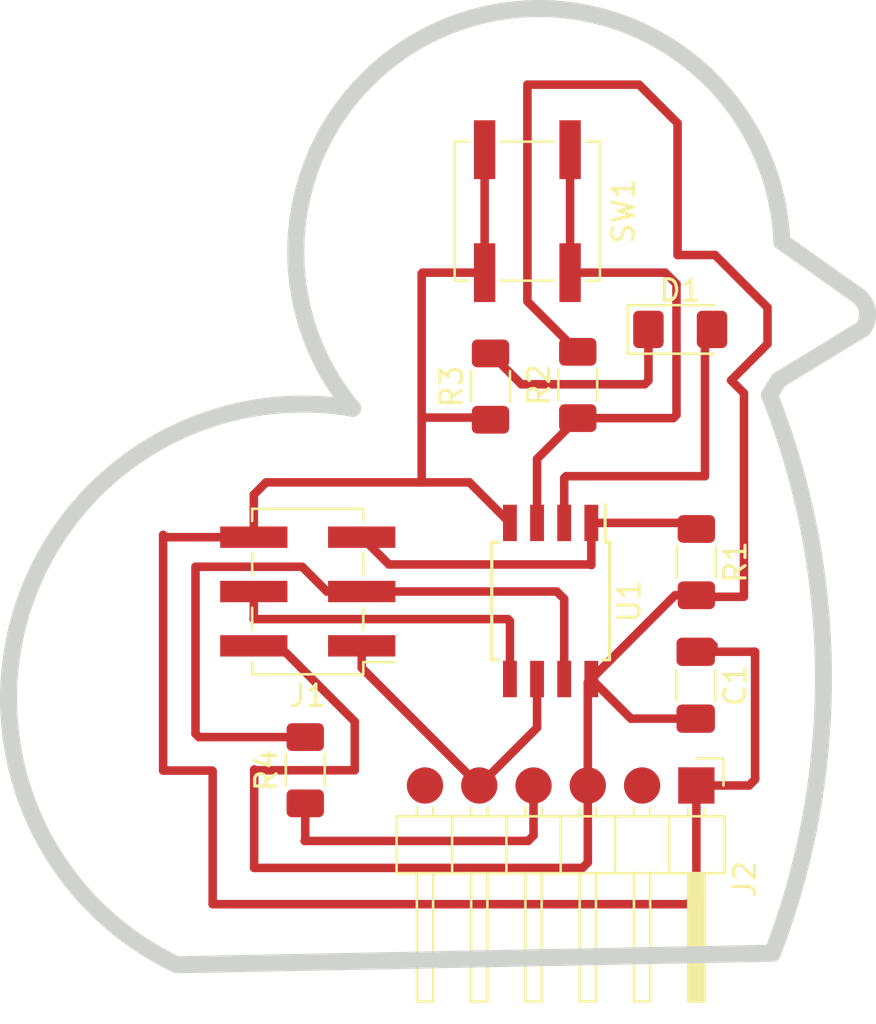
<source format=kicad_pcb>
(kicad_pcb (version 20171130) (host pcbnew "(5.1.9)-1")

  (general
    (thickness 1.6)
    (drawings 8)
    (tracks 105)
    (zones 0)
    (modules 10)
    (nets 13)
  )

  (page User 101.6 101.6)
  (layers
    (0 F.Cu signal)
    (31 B.Cu signal)
    (32 B.Adhes user)
    (33 F.Adhes user)
    (34 B.Paste user)
    (35 F.Paste user)
    (36 B.SilkS user)
    (37 F.SilkS user)
    (38 B.Mask user)
    (39 F.Mask user)
    (40 Dwgs.User user)
    (41 Cmts.User user)
    (42 Eco1.User user)
    (43 Eco2.User user)
    (44 Edge.Cuts user)
    (45 Margin user)
    (46 B.CrtYd user)
    (47 F.CrtYd user)
    (48 B.Fab user)
    (49 F.Fab user)
  )

  (setup
    (last_trace_width 0.8)
    (user_trace_width 0.8)
    (trace_clearance 0.4)
    (zone_clearance 0.508)
    (zone_45_only no)
    (trace_min 0.2)
    (via_size 0.8)
    (via_drill 0.4)
    (via_min_size 0.4)
    (via_min_drill 0.3)
    (uvia_size 0.3)
    (uvia_drill 0.1)
    (uvias_allowed no)
    (uvia_min_size 0.2)
    (uvia_min_drill 0.1)
    (edge_width 0.05)
    (segment_width 0.2)
    (pcb_text_width 0.3)
    (pcb_text_size 1.5 1.5)
    (mod_edge_width 0.12)
    (mod_text_size 1 1)
    (mod_text_width 0.15)
    (pad_size 1.7 1.7)
    (pad_drill 0)
    (pad_to_mask_clearance 0)
    (aux_axis_origin 0 0)
    (visible_elements FFFFFF7F)
    (pcbplotparams
      (layerselection 0x010fc_ffffffff)
      (usegerberextensions false)
      (usegerberattributes true)
      (usegerberadvancedattributes true)
      (creategerberjobfile true)
      (excludeedgelayer true)
      (linewidth 0.100000)
      (plotframeref false)
      (viasonmask false)
      (mode 1)
      (useauxorigin false)
      (hpglpennumber 1)
      (hpglpenspeed 20)
      (hpglpendiameter 15.000000)
      (psnegative false)
      (psa4output false)
      (plotreference true)
      (plotvalue true)
      (plotinvisibletext false)
      (padsonsilk false)
      (subtractmaskfromsilk false)
      (outputformat 1)
      (mirror false)
      (drillshape 1)
      (scaleselection 1)
      (outputdirectory ""))
  )

  (net 0 "")
  (net 1 Earth)
  (net 2 VCC)
  (net 3 /Rx)
  (net 4 /SCK)
  (net 5 /MOSI)
  (net 6 /RST)
  (net 7 "Net-(J2-Pad2)")
  (net 8 /Tx)
  (net 9 "Net-(J2-Pad6)")
  (net 10 /BUTTON)
  (net 11 /R3)
  (net 12 /LED)

  (net_class Default "This is the default net class."
    (clearance 0.4)
    (trace_width 0.4)
    (via_dia 0.8)
    (via_drill 0.4)
    (uvia_dia 0.3)
    (uvia_drill 0.1)
    (add_net /BUTTON)
    (add_net /LED)
    (add_net /MOSI)
    (add_net /R3)
    (add_net /RST)
    (add_net /Rx)
    (add_net /SCK)
    (add_net /Tx)
    (add_net Earth)
    (add_net "Net-(J2-Pad2)")
    (add_net "Net-(J2-Pad6)")
    (add_net VCC)
  )

  (module Connector_PinHeader_2.54mm:PinHeader_1x06_P2.54mm_Horizontal (layer F.Cu) (tedit 6046150E) (tstamp 6046B06C)
    (at 57.35828 54.56682 270)
    (descr "Through hole angled pin header, 1x06, 2.54mm pitch, 6mm pin length, single row")
    (tags "Through hole angled pin header THT 1x06 2.54mm single row")
    (path /6046F6A4)
    (fp_text reference J2 (at 4.385 -2.27 90) (layer F.SilkS)
      (effects (font (size 1 1) (thickness 0.15)))
    )
    (fp_text value Conn_01x06_Male (at 4.385 14.97 90) (layer F.Fab)
      (effects (font (size 1 1) (thickness 0.15)))
    )
    (fp_line (start 10.55 -1.8) (end -1.8 -1.8) (layer F.CrtYd) (width 0.05))
    (fp_line (start 10.55 14.5) (end 10.55 -1.8) (layer F.CrtYd) (width 0.05))
    (fp_line (start -1.8 14.5) (end 10.55 14.5) (layer F.CrtYd) (width 0.05))
    (fp_line (start -1.8 -1.8) (end -1.8 14.5) (layer F.CrtYd) (width 0.05))
    (fp_line (start -1.27 -1.27) (end 0 -1.27) (layer F.SilkS) (width 0.12))
    (fp_line (start -1.27 0) (end -1.27 -1.27) (layer F.SilkS) (width 0.12))
    (fp_line (start 1.042929 13.08) (end 1.44 13.08) (layer F.SilkS) (width 0.12))
    (fp_line (start 1.042929 12.32) (end 1.44 12.32) (layer F.SilkS) (width 0.12))
    (fp_line (start 10.1 13.08) (end 4.1 13.08) (layer F.SilkS) (width 0.12))
    (fp_line (start 10.1 12.32) (end 10.1 13.08) (layer F.SilkS) (width 0.12))
    (fp_line (start 4.1 12.32) (end 10.1 12.32) (layer F.SilkS) (width 0.12))
    (fp_line (start 1.44 11.43) (end 4.1 11.43) (layer F.SilkS) (width 0.12))
    (fp_line (start 1.042929 10.54) (end 1.44 10.54) (layer F.SilkS) (width 0.12))
    (fp_line (start 1.042929 9.78) (end 1.44 9.78) (layer F.SilkS) (width 0.12))
    (fp_line (start 10.1 10.54) (end 4.1 10.54) (layer F.SilkS) (width 0.12))
    (fp_line (start 10.1 9.78) (end 10.1 10.54) (layer F.SilkS) (width 0.12))
    (fp_line (start 4.1 9.78) (end 10.1 9.78) (layer F.SilkS) (width 0.12))
    (fp_line (start 1.44 8.89) (end 4.1 8.89) (layer F.SilkS) (width 0.12))
    (fp_line (start 1.042929 8) (end 1.44 8) (layer F.SilkS) (width 0.12))
    (fp_line (start 1.042929 7.24) (end 1.44 7.24) (layer F.SilkS) (width 0.12))
    (fp_line (start 10.1 8) (end 4.1 8) (layer F.SilkS) (width 0.12))
    (fp_line (start 10.1 7.24) (end 10.1 8) (layer F.SilkS) (width 0.12))
    (fp_line (start 4.1 7.24) (end 10.1 7.24) (layer F.SilkS) (width 0.12))
    (fp_line (start 1.44 6.35) (end 4.1 6.35) (layer F.SilkS) (width 0.12))
    (fp_line (start 1.042929 5.46) (end 1.44 5.46) (layer F.SilkS) (width 0.12))
    (fp_line (start 1.042929 4.7) (end 1.44 4.7) (layer F.SilkS) (width 0.12))
    (fp_line (start 10.1 5.46) (end 4.1 5.46) (layer F.SilkS) (width 0.12))
    (fp_line (start 10.1 4.7) (end 10.1 5.46) (layer F.SilkS) (width 0.12))
    (fp_line (start 4.1 4.7) (end 10.1 4.7) (layer F.SilkS) (width 0.12))
    (fp_line (start 1.44 3.81) (end 4.1 3.81) (layer F.SilkS) (width 0.12))
    (fp_line (start 1.042929 2.92) (end 1.44 2.92) (layer F.SilkS) (width 0.12))
    (fp_line (start 1.042929 2.16) (end 1.44 2.16) (layer F.SilkS) (width 0.12))
    (fp_line (start 10.1 2.92) (end 4.1 2.92) (layer F.SilkS) (width 0.12))
    (fp_line (start 10.1 2.16) (end 10.1 2.92) (layer F.SilkS) (width 0.12))
    (fp_line (start 4.1 2.16) (end 10.1 2.16) (layer F.SilkS) (width 0.12))
    (fp_line (start 1.44 1.27) (end 4.1 1.27) (layer F.SilkS) (width 0.12))
    (fp_line (start 1.11 0.38) (end 1.44 0.38) (layer F.SilkS) (width 0.12))
    (fp_line (start 1.11 -0.38) (end 1.44 -0.38) (layer F.SilkS) (width 0.12))
    (fp_line (start 4.1 0.28) (end 10.1 0.28) (layer F.SilkS) (width 0.12))
    (fp_line (start 4.1 0.16) (end 10.1 0.16) (layer F.SilkS) (width 0.12))
    (fp_line (start 4.1 0.04) (end 10.1 0.04) (layer F.SilkS) (width 0.12))
    (fp_line (start 4.1 -0.08) (end 10.1 -0.08) (layer F.SilkS) (width 0.12))
    (fp_line (start 4.1 -0.2) (end 10.1 -0.2) (layer F.SilkS) (width 0.12))
    (fp_line (start 4.1 -0.32) (end 10.1 -0.32) (layer F.SilkS) (width 0.12))
    (fp_line (start 10.1 0.38) (end 4.1 0.38) (layer F.SilkS) (width 0.12))
    (fp_line (start 10.1 -0.38) (end 10.1 0.38) (layer F.SilkS) (width 0.12))
    (fp_line (start 4.1 -0.38) (end 10.1 -0.38) (layer F.SilkS) (width 0.12))
    (fp_line (start 4.1 -1.33) (end 1.44 -1.33) (layer F.SilkS) (width 0.12))
    (fp_line (start 4.1 14.03) (end 4.1 -1.33) (layer F.SilkS) (width 0.12))
    (fp_line (start 1.44 14.03) (end 4.1 14.03) (layer F.SilkS) (width 0.12))
    (fp_line (start 1.44 -1.33) (end 1.44 14.03) (layer F.SilkS) (width 0.12))
    (fp_line (start 4.04 13.02) (end 10.04 13.02) (layer F.Fab) (width 0.1))
    (fp_line (start 10.04 12.38) (end 10.04 13.02) (layer F.Fab) (width 0.1))
    (fp_line (start 4.04 12.38) (end 10.04 12.38) (layer F.Fab) (width 0.1))
    (fp_line (start -0.32 13.02) (end 1.5 13.02) (layer F.Fab) (width 0.1))
    (fp_line (start -0.32 12.38) (end -0.32 13.02) (layer F.Fab) (width 0.1))
    (fp_line (start -0.32 12.38) (end 1.5 12.38) (layer F.Fab) (width 0.1))
    (fp_line (start 4.04 10.48) (end 10.04 10.48) (layer F.Fab) (width 0.1))
    (fp_line (start 10.04 9.84) (end 10.04 10.48) (layer F.Fab) (width 0.1))
    (fp_line (start 4.04 9.84) (end 10.04 9.84) (layer F.Fab) (width 0.1))
    (fp_line (start -0.32 10.48) (end 1.5 10.48) (layer F.Fab) (width 0.1))
    (fp_line (start -0.32 9.84) (end -0.32 10.48) (layer F.Fab) (width 0.1))
    (fp_line (start -0.32 9.84) (end 1.5 9.84) (layer F.Fab) (width 0.1))
    (fp_line (start 4.04 7.94) (end 10.04 7.94) (layer F.Fab) (width 0.1))
    (fp_line (start 10.04 7.3) (end 10.04 7.94) (layer F.Fab) (width 0.1))
    (fp_line (start 4.04 7.3) (end 10.04 7.3) (layer F.Fab) (width 0.1))
    (fp_line (start -0.32 7.94) (end 1.5 7.94) (layer F.Fab) (width 0.1))
    (fp_line (start -0.32 7.3) (end -0.32 7.94) (layer F.Fab) (width 0.1))
    (fp_line (start -0.32 7.3) (end 1.5 7.3) (layer F.Fab) (width 0.1))
    (fp_line (start 4.04 5.4) (end 10.04 5.4) (layer F.Fab) (width 0.1))
    (fp_line (start 10.04 4.76) (end 10.04 5.4) (layer F.Fab) (width 0.1))
    (fp_line (start 4.04 4.76) (end 10.04 4.76) (layer F.Fab) (width 0.1))
    (fp_line (start -0.32 5.4) (end 1.5 5.4) (layer F.Fab) (width 0.1))
    (fp_line (start -0.32 4.76) (end -0.32 5.4) (layer F.Fab) (width 0.1))
    (fp_line (start -0.32 4.76) (end 1.5 4.76) (layer F.Fab) (width 0.1))
    (fp_line (start 4.04 2.86) (end 10.04 2.86) (layer F.Fab) (width 0.1))
    (fp_line (start 10.04 2.22) (end 10.04 2.86) (layer F.Fab) (width 0.1))
    (fp_line (start 4.04 2.22) (end 10.04 2.22) (layer F.Fab) (width 0.1))
    (fp_line (start -0.32 2.86) (end 1.5 2.86) (layer F.Fab) (width 0.1))
    (fp_line (start -0.32 2.22) (end -0.32 2.86) (layer F.Fab) (width 0.1))
    (fp_line (start -0.32 2.22) (end 1.5 2.22) (layer F.Fab) (width 0.1))
    (fp_line (start 4.04 0.32) (end 10.04 0.32) (layer F.Fab) (width 0.1))
    (fp_line (start 10.04 -0.32) (end 10.04 0.32) (layer F.Fab) (width 0.1))
    (fp_line (start 4.04 -0.32) (end 10.04 -0.32) (layer F.Fab) (width 0.1))
    (fp_line (start -0.32 0.32) (end 1.5 0.32) (layer F.Fab) (width 0.1))
    (fp_line (start -0.32 -0.32) (end -0.32 0.32) (layer F.Fab) (width 0.1))
    (fp_line (start -0.32 -0.32) (end 1.5 -0.32) (layer F.Fab) (width 0.1))
    (fp_line (start 1.5 -0.635) (end 2.135 -1.27) (layer F.Fab) (width 0.1))
    (fp_line (start 1.5 13.97) (end 1.5 -0.635) (layer F.Fab) (width 0.1))
    (fp_line (start 4.04 13.97) (end 1.5 13.97) (layer F.Fab) (width 0.1))
    (fp_line (start 4.04 -1.27) (end 4.04 13.97) (layer F.Fab) (width 0.1))
    (fp_line (start 2.135 -1.27) (end 4.04 -1.27) (layer F.Fab) (width 0.1))
    (fp_text user %R (at 2.77 6.35 270) (layer F.Fab)
      (effects (font (size 1 1) (thickness 0.15)))
    )
    (pad 1 smd rect (at 0 0 270) (size 1.7 1.7) (layers F.Cu F.Paste F.Mask)
      (net 1 Earth))
    (pad 2 smd oval (at 0 2.54 270) (size 1.7 1.7) (layers F.Cu F.Paste F.Mask)
      (net 7 "Net-(J2-Pad2)"))
    (pad 3 smd oval (at 0 5.08 270) (size 1.7 1.7) (layers F.Cu F.Paste F.Mask)
      (net 2 VCC))
    (pad 4 smd oval (at 0 7.62 270) (size 1.7 1.7) (layers F.Cu F.Paste F.Mask)
      (net 8 /Tx))
    (pad 5 smd oval (at 0 10.16 270) (size 1.7 1.7) (layers F.Cu F.Paste F.Mask)
      (net 3 /Rx))
    (pad 6 smd oval (at 0 12.7 270) (size 1.7 1.7) (layers F.Cu F.Paste F.Mask)
      (net 9 "Net-(J2-Pad6)"))
    (model ${KISYS3DMOD}/Connector_PinHeader_2.54mm.3dshapes/PinHeader_1x06_P2.54mm_Horizontal.wrl
      (at (xyz 0 0 0))
      (scale (xyz 1 1 1))
      (rotate (xyz 0 0 0))
    )
  )

  (module Package_SO:SOIJ-8_5.3x5.3mm_P1.27mm (layer F.Cu) (tedit 5A02F2D3) (tstamp 60467A5B)
    (at 50.53836 45.93844 270)
    (descr "8-Lead Plastic Small Outline (SM) - Medium, 5.28 mm Body [SOIC] (see Microchip Packaging Specification 00000049BS.pdf)")
    (tags "SOIC 1.27")
    (path /6045FAEC)
    (attr smd)
    (fp_text reference U1 (at 0 -3.68 90) (layer F.SilkS)
      (effects (font (size 1 1) (thickness 0.15)))
    )
    (fp_text value ATtiny45V-10SU (at 0 3.68 90) (layer F.Fab)
      (effects (font (size 1 1) (thickness 0.15)))
    )
    (fp_line (start -2.75 -2.55) (end -4.5 -2.55) (layer F.SilkS) (width 0.15))
    (fp_line (start -2.75 2.755) (end 2.75 2.755) (layer F.SilkS) (width 0.15))
    (fp_line (start -2.75 -2.755) (end 2.75 -2.755) (layer F.SilkS) (width 0.15))
    (fp_line (start -2.75 2.755) (end -2.75 2.455) (layer F.SilkS) (width 0.15))
    (fp_line (start 2.75 2.755) (end 2.75 2.455) (layer F.SilkS) (width 0.15))
    (fp_line (start 2.75 -2.755) (end 2.75 -2.455) (layer F.SilkS) (width 0.15))
    (fp_line (start -2.75 -2.755) (end -2.75 -2.55) (layer F.SilkS) (width 0.15))
    (fp_line (start -4.75 2.95) (end 4.75 2.95) (layer F.CrtYd) (width 0.05))
    (fp_line (start -4.75 -2.95) (end 4.75 -2.95) (layer F.CrtYd) (width 0.05))
    (fp_line (start 4.75 -2.95) (end 4.75 2.95) (layer F.CrtYd) (width 0.05))
    (fp_line (start -4.75 -2.95) (end -4.75 2.95) (layer F.CrtYd) (width 0.05))
    (fp_line (start -2.65 -1.65) (end -1.65 -2.65) (layer F.Fab) (width 0.15))
    (fp_line (start -2.65 2.65) (end -2.65 -1.65) (layer F.Fab) (width 0.15))
    (fp_line (start 2.65 2.65) (end -2.65 2.65) (layer F.Fab) (width 0.15))
    (fp_line (start 2.65 -2.65) (end 2.65 2.65) (layer F.Fab) (width 0.15))
    (fp_line (start -1.65 -2.65) (end 2.65 -2.65) (layer F.Fab) (width 0.15))
    (fp_text user %R (at 0 0 90) (layer F.Fab)
      (effects (font (size 1 1) (thickness 0.15)))
    )
    (pad 1 smd rect (at -3.65 -1.905 270) (size 1.7 0.65) (layers F.Cu F.Paste F.Mask)
      (net 6 /RST))
    (pad 2 smd rect (at -3.65 -0.635 270) (size 1.7 0.65) (layers F.Cu F.Paste F.Mask)
      (net 12 /LED))
    (pad 3 smd rect (at -3.65 0.635 270) (size 1.7 0.65) (layers F.Cu F.Paste F.Mask)
      (net 10 /BUTTON))
    (pad 4 smd rect (at -3.65 1.905 270) (size 1.7 0.65) (layers F.Cu F.Paste F.Mask)
      (net 1 Earth))
    (pad 5 smd rect (at 3.65 1.905 270) (size 1.7 0.65) (layers F.Cu F.Paste F.Mask)
      (net 5 /MOSI))
    (pad 6 smd rect (at 3.65 0.635 270) (size 1.7 0.65) (layers F.Cu F.Paste F.Mask)
      (net 3 /Rx))
    (pad 7 smd rect (at 3.65 -0.635 270) (size 1.7 0.65) (layers F.Cu F.Paste F.Mask)
      (net 4 /SCK))
    (pad 8 smd rect (at 3.65 -1.905 270) (size 1.7 0.65) (layers F.Cu F.Paste F.Mask)
      (net 2 VCC))
    (model ${KISYS3DMOD}/Package_SO.3dshapes/SOIJ-8_5.3x5.3mm_P1.27mm.wrl
      (at (xyz 0 0 0))
      (scale (xyz 1 1 1))
      (rotate (xyz 0 0 0))
    )
  )

  (module Capacitor_SMD:C_1206_3216Metric_Pad1.33x1.80mm_HandSolder (layer F.Cu) (tedit 5F68FEEF) (tstamp 60467935)
    (at 57.3278 49.87838 270)
    (descr "Capacitor SMD 1206 (3216 Metric), square (rectangular) end terminal, IPC_7351 nominal with elongated pad for handsoldering. (Body size source: IPC-SM-782 page 76, https://www.pcb-3d.com/wordpress/wp-content/uploads/ipc-sm-782a_amendment_1_and_2.pdf), generated with kicad-footprint-generator")
    (tags "capacitor handsolder")
    (path /60464AAE)
    (attr smd)
    (fp_text reference C1 (at 0 -1.85 90) (layer F.SilkS)
      (effects (font (size 1 1) (thickness 0.15)))
    )
    (fp_text value 1uF (at 0 1.85 90) (layer F.Fab)
      (effects (font (size 1 1) (thickness 0.15)))
    )
    (fp_line (start 2.48 1.15) (end -2.48 1.15) (layer F.CrtYd) (width 0.05))
    (fp_line (start 2.48 -1.15) (end 2.48 1.15) (layer F.CrtYd) (width 0.05))
    (fp_line (start -2.48 -1.15) (end 2.48 -1.15) (layer F.CrtYd) (width 0.05))
    (fp_line (start -2.48 1.15) (end -2.48 -1.15) (layer F.CrtYd) (width 0.05))
    (fp_line (start -0.711252 0.91) (end 0.711252 0.91) (layer F.SilkS) (width 0.12))
    (fp_line (start -0.711252 -0.91) (end 0.711252 -0.91) (layer F.SilkS) (width 0.12))
    (fp_line (start 1.6 0.8) (end -1.6 0.8) (layer F.Fab) (width 0.1))
    (fp_line (start 1.6 -0.8) (end 1.6 0.8) (layer F.Fab) (width 0.1))
    (fp_line (start -1.6 -0.8) (end 1.6 -0.8) (layer F.Fab) (width 0.1))
    (fp_line (start -1.6 0.8) (end -1.6 -0.8) (layer F.Fab) (width 0.1))
    (fp_text user %R (at 0 0) (layer F.Fab)
      (effects (font (size 0.8 0.8) (thickness 0.12)))
    )
    (pad 1 smd roundrect (at -1.5625 0 270) (size 1.325 1.8) (layers F.Cu F.Paste F.Mask) (roundrect_rratio 0.1886784905660377)
      (net 1 Earth))
    (pad 2 smd roundrect (at 1.5625 0 270) (size 1.325 1.8) (layers F.Cu F.Paste F.Mask) (roundrect_rratio 0.1886784905660377)
      (net 2 VCC))
    (model ${KISYS3DMOD}/Capacitor_SMD.3dshapes/C_1206_3216Metric.wrl
      (at (xyz 0 0 0))
      (scale (xyz 1 1 1))
      (rotate (xyz 0 0 0))
    )
  )

  (module Connector_PinHeader_2.54mm:PinHeader_2x03_P2.54mm_Vertical_SMD (layer F.Cu) (tedit 59FED5CC) (tstamp 6046A9CD)
    (at 39.17188 45.49648 180)
    (descr "surface-mounted straight pin header, 2x03, 2.54mm pitch, double rows")
    (tags "Surface mounted pin header SMD 2x03 2.54mm double row")
    (path /6045EF43)
    (attr smd)
    (fp_text reference J1 (at 0 -4.87) (layer F.SilkS)
      (effects (font (size 1 1) (thickness 0.15)))
    )
    (fp_text value AVR-ISP-6 (at 0 4.87) (layer F.Fab)
      (effects (font (size 1 1) (thickness 0.15)))
    )
    (fp_line (start 5.9 -4.35) (end -5.9 -4.35) (layer F.CrtYd) (width 0.05))
    (fp_line (start 5.9 4.35) (end 5.9 -4.35) (layer F.CrtYd) (width 0.05))
    (fp_line (start -5.9 4.35) (end 5.9 4.35) (layer F.CrtYd) (width 0.05))
    (fp_line (start -5.9 -4.35) (end -5.9 4.35) (layer F.CrtYd) (width 0.05))
    (fp_line (start 2.6 0.76) (end 2.6 1.78) (layer F.SilkS) (width 0.12))
    (fp_line (start -2.6 0.76) (end -2.6 1.78) (layer F.SilkS) (width 0.12))
    (fp_line (start 2.6 -1.78) (end 2.6 -0.76) (layer F.SilkS) (width 0.12))
    (fp_line (start -2.6 -1.78) (end -2.6 -0.76) (layer F.SilkS) (width 0.12))
    (fp_line (start 2.6 3.3) (end 2.6 3.87) (layer F.SilkS) (width 0.12))
    (fp_line (start -2.6 3.3) (end -2.6 3.87) (layer F.SilkS) (width 0.12))
    (fp_line (start 2.6 -3.87) (end 2.6 -3.3) (layer F.SilkS) (width 0.12))
    (fp_line (start -2.6 -3.87) (end -2.6 -3.3) (layer F.SilkS) (width 0.12))
    (fp_line (start -4.04 -3.3) (end -2.6 -3.3) (layer F.SilkS) (width 0.12))
    (fp_line (start -2.6 3.87) (end 2.6 3.87) (layer F.SilkS) (width 0.12))
    (fp_line (start -2.6 -3.87) (end 2.6 -3.87) (layer F.SilkS) (width 0.12))
    (fp_line (start 3.6 2.86) (end 2.54 2.86) (layer F.Fab) (width 0.1))
    (fp_line (start 3.6 2.22) (end 3.6 2.86) (layer F.Fab) (width 0.1))
    (fp_line (start 2.54 2.22) (end 3.6 2.22) (layer F.Fab) (width 0.1))
    (fp_line (start -3.6 2.86) (end -2.54 2.86) (layer F.Fab) (width 0.1))
    (fp_line (start -3.6 2.22) (end -3.6 2.86) (layer F.Fab) (width 0.1))
    (fp_line (start -2.54 2.22) (end -3.6 2.22) (layer F.Fab) (width 0.1))
    (fp_line (start 3.6 0.32) (end 2.54 0.32) (layer F.Fab) (width 0.1))
    (fp_line (start 3.6 -0.32) (end 3.6 0.32) (layer F.Fab) (width 0.1))
    (fp_line (start 2.54 -0.32) (end 3.6 -0.32) (layer F.Fab) (width 0.1))
    (fp_line (start -3.6 0.32) (end -2.54 0.32) (layer F.Fab) (width 0.1))
    (fp_line (start -3.6 -0.32) (end -3.6 0.32) (layer F.Fab) (width 0.1))
    (fp_line (start -2.54 -0.32) (end -3.6 -0.32) (layer F.Fab) (width 0.1))
    (fp_line (start 3.6 -2.22) (end 2.54 -2.22) (layer F.Fab) (width 0.1))
    (fp_line (start 3.6 -2.86) (end 3.6 -2.22) (layer F.Fab) (width 0.1))
    (fp_line (start 2.54 -2.86) (end 3.6 -2.86) (layer F.Fab) (width 0.1))
    (fp_line (start -3.6 -2.22) (end -2.54 -2.22) (layer F.Fab) (width 0.1))
    (fp_line (start -3.6 -2.86) (end -3.6 -2.22) (layer F.Fab) (width 0.1))
    (fp_line (start -2.54 -2.86) (end -3.6 -2.86) (layer F.Fab) (width 0.1))
    (fp_line (start 2.54 -3.81) (end 2.54 3.81) (layer F.Fab) (width 0.1))
    (fp_line (start -2.54 -2.86) (end -1.59 -3.81) (layer F.Fab) (width 0.1))
    (fp_line (start -2.54 3.81) (end -2.54 -2.86) (layer F.Fab) (width 0.1))
    (fp_line (start -1.59 -3.81) (end 2.54 -3.81) (layer F.Fab) (width 0.1))
    (fp_line (start 2.54 3.81) (end -2.54 3.81) (layer F.Fab) (width 0.1))
    (fp_text user %R (at 0 0 90) (layer F.Fab)
      (effects (font (size 1 1) (thickness 0.15)))
    )
    (pad 1 smd rect (at -2.525 -2.54 180) (size 3.15 1) (layers F.Cu F.Paste F.Mask)
      (net 3 /Rx))
    (pad 2 smd rect (at 2.525 -2.54 180) (size 3.15 1) (layers F.Cu F.Paste F.Mask)
      (net 2 VCC))
    (pad 3 smd rect (at -2.525 0 180) (size 3.15 1) (layers F.Cu F.Paste F.Mask)
      (net 4 /SCK))
    (pad 4 smd rect (at 2.525 0 180) (size 3.15 1) (layers F.Cu F.Paste F.Mask)
      (net 5 /MOSI))
    (pad 5 smd rect (at -2.525 2.54 180) (size 3.15 1) (layers F.Cu F.Paste F.Mask)
      (net 6 /RST))
    (pad 6 smd rect (at 2.525 2.54 180) (size 3.15 1) (layers F.Cu F.Paste F.Mask)
      (net 1 Earth))
    (model ${KISYS3DMOD}/Connector_PinHeader_2.54mm.3dshapes/PinHeader_2x03_P2.54mm_Vertical_SMD.wrl
      (at (xyz 0 0 0))
      (scale (xyz 1 1 1))
      (rotate (xyz 0 0 0))
    )
  )

  (module Resistor_SMD:R_1206_3216Metric_Pad1.30x1.75mm_HandSolder (layer F.Cu) (tedit 5F68FEEE) (tstamp 6046E4AA)
    (at 57.35828 44.12174 270)
    (descr "Resistor SMD 1206 (3216 Metric), square (rectangular) end terminal, IPC_7351 nominal with elongated pad for handsoldering. (Body size source: IPC-SM-782 page 72, https://www.pcb-3d.com/wordpress/wp-content/uploads/ipc-sm-782a_amendment_1_and_2.pdf), generated with kicad-footprint-generator")
    (tags "resistor handsolder")
    (path /60463337)
    (attr smd)
    (fp_text reference R1 (at 0 -1.82 90) (layer F.SilkS)
      (effects (font (size 1 1) (thickness 0.15)))
    )
    (fp_text value 10K (at 0 1.82 90) (layer F.Fab)
      (effects (font (size 1 1) (thickness 0.15)))
    )
    (fp_line (start 2.45 1.12) (end -2.45 1.12) (layer F.CrtYd) (width 0.05))
    (fp_line (start 2.45 -1.12) (end 2.45 1.12) (layer F.CrtYd) (width 0.05))
    (fp_line (start -2.45 -1.12) (end 2.45 -1.12) (layer F.CrtYd) (width 0.05))
    (fp_line (start -2.45 1.12) (end -2.45 -1.12) (layer F.CrtYd) (width 0.05))
    (fp_line (start -0.727064 0.91) (end 0.727064 0.91) (layer F.SilkS) (width 0.12))
    (fp_line (start -0.727064 -0.91) (end 0.727064 -0.91) (layer F.SilkS) (width 0.12))
    (fp_line (start 1.6 0.8) (end -1.6 0.8) (layer F.Fab) (width 0.1))
    (fp_line (start 1.6 -0.8) (end 1.6 0.8) (layer F.Fab) (width 0.1))
    (fp_line (start -1.6 -0.8) (end 1.6 -0.8) (layer F.Fab) (width 0.1))
    (fp_line (start -1.6 0.8) (end -1.6 -0.8) (layer F.Fab) (width 0.1))
    (fp_text user %R (at 0 0 90) (layer F.Fab)
      (effects (font (size 0.8 0.8) (thickness 0.12)))
    )
    (pad 1 smd roundrect (at -1.55 0 270) (size 1.3 1.75) (layers F.Cu F.Paste F.Mask) (roundrect_rratio 0.1923076923076923)
      (net 6 /RST))
    (pad 2 smd roundrect (at 1.55 0 270) (size 1.3 1.75) (layers F.Cu F.Paste F.Mask) (roundrect_rratio 0.1923076923076923)
      (net 2 VCC))
    (model ${KISYS3DMOD}/Resistor_SMD.3dshapes/R_1206_3216Metric.wrl
      (at (xyz 0 0 0))
      (scale (xyz 1 1 1))
      (rotate (xyz 0 0 0))
    )
  )

  (module Resistor_SMD:R_1206_3216Metric_Pad1.30x1.75mm_HandSolder (layer F.Cu) (tedit 5F68FEEE) (tstamp 60467A02)
    (at 51.80838 35.8388 90)
    (descr "Resistor SMD 1206 (3216 Metric), square (rectangular) end terminal, IPC_7351 nominal with elongated pad for handsoldering. (Body size source: IPC-SM-782 page 72, https://www.pcb-3d.com/wordpress/wp-content/uploads/ipc-sm-782a_amendment_1_and_2.pdf), generated with kicad-footprint-generator")
    (tags "resistor handsolder")
    (path /60463D67)
    (attr smd)
    (fp_text reference R2 (at 0 -1.82 90) (layer F.SilkS)
      (effects (font (size 1 1) (thickness 0.15)))
    )
    (fp_text value 10K (at 0 1.82 90) (layer F.Fab)
      (effects (font (size 1 1) (thickness 0.15)))
    )
    (fp_text user %R (at 0 0 270) (layer F.Fab)
      (effects (font (size 0.8 0.8) (thickness 0.12)))
    )
    (fp_line (start -1.6 0.8) (end -1.6 -0.8) (layer F.Fab) (width 0.1))
    (fp_line (start -1.6 -0.8) (end 1.6 -0.8) (layer F.Fab) (width 0.1))
    (fp_line (start 1.6 -0.8) (end 1.6 0.8) (layer F.Fab) (width 0.1))
    (fp_line (start 1.6 0.8) (end -1.6 0.8) (layer F.Fab) (width 0.1))
    (fp_line (start -0.727064 -0.91) (end 0.727064 -0.91) (layer F.SilkS) (width 0.12))
    (fp_line (start -0.727064 0.91) (end 0.727064 0.91) (layer F.SilkS) (width 0.12))
    (fp_line (start -2.45 1.12) (end -2.45 -1.12) (layer F.CrtYd) (width 0.05))
    (fp_line (start -2.45 -1.12) (end 2.45 -1.12) (layer F.CrtYd) (width 0.05))
    (fp_line (start 2.45 -1.12) (end 2.45 1.12) (layer F.CrtYd) (width 0.05))
    (fp_line (start 2.45 1.12) (end -2.45 1.12) (layer F.CrtYd) (width 0.05))
    (pad 2 smd roundrect (at 1.55 0 90) (size 1.3 1.75) (layers F.Cu F.Paste F.Mask) (roundrect_rratio 0.1923076923076923)
      (net 2 VCC))
    (pad 1 smd roundrect (at -1.55 0 90) (size 1.3 1.75) (layers F.Cu F.Paste F.Mask) (roundrect_rratio 0.1923076923076923)
      (net 10 /BUTTON))
    (model ${KISYS3DMOD}/Resistor_SMD.3dshapes/R_1206_3216Metric.wrl
      (at (xyz 0 0 0))
      (scale (xyz 1 1 1))
      (rotate (xyz 0 0 0))
    )
  )

  (module Resistor_SMD:R_1206_3216Metric_Pad1.30x1.75mm_HandSolder (layer F.Cu) (tedit 5F68FEEE) (tstamp 60467A13)
    (at 47.72406 35.91366 90)
    (descr "Resistor SMD 1206 (3216 Metric), square (rectangular) end terminal, IPC_7351 nominal with elongated pad for handsoldering. (Body size source: IPC-SM-782 page 72, https://www.pcb-3d.com/wordpress/wp-content/uploads/ipc-sm-782a_amendment_1_and_2.pdf), generated with kicad-footprint-generator")
    (tags "resistor handsolder")
    (path /60464186)
    (attr smd)
    (fp_text reference R3 (at 0 -1.82 90) (layer F.SilkS)
      (effects (font (size 1 1) (thickness 0.15)))
    )
    (fp_text value 1K (at 0 1.82 90) (layer F.Fab)
      (effects (font (size 1 1) (thickness 0.15)))
    )
    (fp_line (start 2.45 1.12) (end -2.45 1.12) (layer F.CrtYd) (width 0.05))
    (fp_line (start 2.45 -1.12) (end 2.45 1.12) (layer F.CrtYd) (width 0.05))
    (fp_line (start -2.45 -1.12) (end 2.45 -1.12) (layer F.CrtYd) (width 0.05))
    (fp_line (start -2.45 1.12) (end -2.45 -1.12) (layer F.CrtYd) (width 0.05))
    (fp_line (start -0.727064 0.91) (end 0.727064 0.91) (layer F.SilkS) (width 0.12))
    (fp_line (start -0.727064 -0.91) (end 0.727064 -0.91) (layer F.SilkS) (width 0.12))
    (fp_line (start 1.6 0.8) (end -1.6 0.8) (layer F.Fab) (width 0.1))
    (fp_line (start 1.6 -0.8) (end 1.6 0.8) (layer F.Fab) (width 0.1))
    (fp_line (start -1.6 -0.8) (end 1.6 -0.8) (layer F.Fab) (width 0.1))
    (fp_line (start -1.6 0.8) (end -1.6 -0.8) (layer F.Fab) (width 0.1))
    (fp_text user %R (at 0 0 90) (layer F.Fab)
      (effects (font (size 0.8 0.8) (thickness 0.12)))
    )
    (pad 1 smd roundrect (at -1.55 0 90) (size 1.3 1.75) (layers F.Cu F.Paste F.Mask) (roundrect_rratio 0.1923076923076923)
      (net 1 Earth))
    (pad 2 smd roundrect (at 1.55 0 90) (size 1.3 1.75) (layers F.Cu F.Paste F.Mask) (roundrect_rratio 0.1923076923076923)
      (net 11 /R3))
    (model ${KISYS3DMOD}/Resistor_SMD.3dshapes/R_1206_3216Metric.wrl
      (at (xyz 0 0 0))
      (scale (xyz 1 1 1))
      (rotate (xyz 0 0 0))
    )
  )

  (module Resistor_SMD:R_1206_3216Metric_Pad1.30x1.75mm_HandSolder (layer F.Cu) (tedit 5F68FEEE) (tstamp 60467A24)
    (at 39.05504 53.85368 90)
    (descr "Resistor SMD 1206 (3216 Metric), square (rectangular) end terminal, IPC_7351 nominal with elongated pad for handsoldering. (Body size source: IPC-SM-782 page 72, https://www.pcb-3d.com/wordpress/wp-content/uploads/ipc-sm-782a_amendment_1_and_2.pdf), generated with kicad-footprint-generator")
    (tags "resistor handsolder")
    (path /60464611)
    (attr smd)
    (fp_text reference R4 (at 0 -1.82 90) (layer F.SilkS)
      (effects (font (size 1 1) (thickness 0.15)))
    )
    (fp_text value 1K (at 0 1.82 90) (layer F.Fab)
      (effects (font (size 1 1) (thickness 0.15)))
    )
    (fp_text user %R (at 0 0 90) (layer F.Fab)
      (effects (font (size 0.8 0.8) (thickness 0.12)))
    )
    (fp_line (start -1.6 0.8) (end -1.6 -0.8) (layer F.Fab) (width 0.1))
    (fp_line (start -1.6 -0.8) (end 1.6 -0.8) (layer F.Fab) (width 0.1))
    (fp_line (start 1.6 -0.8) (end 1.6 0.8) (layer F.Fab) (width 0.1))
    (fp_line (start 1.6 0.8) (end -1.6 0.8) (layer F.Fab) (width 0.1))
    (fp_line (start -0.727064 -0.91) (end 0.727064 -0.91) (layer F.SilkS) (width 0.12))
    (fp_line (start -0.727064 0.91) (end 0.727064 0.91) (layer F.SilkS) (width 0.12))
    (fp_line (start -2.45 1.12) (end -2.45 -1.12) (layer F.CrtYd) (width 0.05))
    (fp_line (start -2.45 -1.12) (end 2.45 -1.12) (layer F.CrtYd) (width 0.05))
    (fp_line (start 2.45 -1.12) (end 2.45 1.12) (layer F.CrtYd) (width 0.05))
    (fp_line (start 2.45 1.12) (end -2.45 1.12) (layer F.CrtYd) (width 0.05))
    (pad 2 smd roundrect (at 1.55 0 90) (size 1.3 1.75) (layers F.Cu F.Paste F.Mask) (roundrect_rratio 0.1923076923076923)
      (net 4 /SCK))
    (pad 1 smd roundrect (at -1.55 0 90) (size 1.3 1.75) (layers F.Cu F.Paste F.Mask) (roundrect_rratio 0.1923076923076923)
      (net 8 /Tx))
    (model ${KISYS3DMOD}/Resistor_SMD.3dshapes/R_1206_3216Metric.wrl
      (at (xyz 0 0 0))
      (scale (xyz 1 1 1))
      (rotate (xyz 0 0 0))
    )
  )

  (module Button_Switch_SMD:SW_SPST_B3SL-1002P (layer F.Cu) (tedit 5A02FC95) (tstamp 6046BE37)
    (at 49.44872 27.7114 270)
    (descr "Middle Stroke Tactile Switch, B3SL")
    (tags "Middle Stroke Tactile Switch")
    (path /60465E02)
    (attr smd)
    (fp_text reference SW1 (at 0 -4.5 90) (layer F.SilkS)
      (effects (font (size 1 1) (thickness 0.15)))
    )
    (fp_text value SW_SPST (at 0 4.75 90) (layer F.Fab)
      (effects (font (size 1 1) (thickness 0.15)))
    )
    (fp_line (start -3.1 3.25) (end -3.1 -3.25) (layer F.Fab) (width 0.1))
    (fp_line (start 3.1 3.25) (end -3.1 3.25) (layer F.Fab) (width 0.1))
    (fp_line (start 3.1 -3.25) (end 3.1 3.25) (layer F.Fab) (width 0.1))
    (fp_line (start -3.1 -3.25) (end 3.1 -3.25) (layer F.Fab) (width 0.1))
    (fp_line (start -3.25 -1.25) (end -3.25 1.25) (layer F.SilkS) (width 0.12))
    (fp_line (start 3.25 -1.25) (end 3.25 1.25) (layer F.SilkS) (width 0.12))
    (fp_line (start -3.25 -3.4) (end -3.25 -2.75) (layer F.SilkS) (width 0.12))
    (fp_line (start 3.25 -3.4) (end -3.25 -3.4) (layer F.SilkS) (width 0.12))
    (fp_line (start 3.25 -2.75) (end 3.25 -3.4) (layer F.SilkS) (width 0.12))
    (fp_line (start -3.25 3.4) (end -3.25 2.75) (layer F.SilkS) (width 0.12))
    (fp_line (start 3.25 3.4) (end -3.25 3.4) (layer F.SilkS) (width 0.12))
    (fp_line (start 3.25 2.75) (end 3.25 3.4) (layer F.SilkS) (width 0.12))
    (fp_line (start -4.5 -3.65) (end -4.5 3.65) (layer F.CrtYd) (width 0.05))
    (fp_line (start 4.5 -3.65) (end -4.5 -3.65) (layer F.CrtYd) (width 0.05))
    (fp_line (start 4.5 3.65) (end 4.5 -3.65) (layer F.CrtYd) (width 0.05))
    (fp_line (start -4.5 3.65) (end 4.5 3.65) (layer F.CrtYd) (width 0.05))
    (fp_circle (center 0 0) (end 1.25 0) (layer F.Fab) (width 0.1))
    (fp_text user %R (at 0 -4.5 90) (layer F.Fab)
      (effects (font (size 1 1) (thickness 0.15)))
    )
    (pad 1 smd rect (at -2.875 -2 270) (size 2.75 1) (layers F.Cu F.Paste F.Mask)
      (net 10 /BUTTON))
    (pad 1 smd rect (at 2.875 -2 270) (size 2.75 1) (layers F.Cu F.Paste F.Mask)
      (net 10 /BUTTON))
    (pad 2 smd rect (at 2.875 2 270) (size 2.75 1) (layers F.Cu F.Paste F.Mask)
      (net 1 Earth))
    (pad 2 smd rect (at -2.875 2 270) (size 2.75 1) (layers F.Cu F.Paste F.Mask)
      (net 1 Earth))
    (model ${KISYS3DMOD}/Button_Switch_SMD.3dshapes/SW_SPST_B3SL-1002P.wrl
      (at (xyz 0 0 0))
      (scale (xyz 1 1 1))
      (rotate (xyz 0 0 0))
    )
  )

  (module Diode_SMD:D_1206_3216Metric_Pad1.42x1.75mm_HandSolder (layer F.Cu) (tedit 5F68FEF0) (tstamp 60468BAB)
    (at 56.6023 33.24098)
    (descr "Diode SMD 1206 (3216 Metric), square (rectangular) end terminal, IPC_7351 nominal, (Body size source: http://www.tortai-tech.com/upload/download/2011102023233369053.pdf), generated with kicad-footprint-generator")
    (tags "diode handsolder")
    (path /604C1367)
    (attr smd)
    (fp_text reference D1 (at 0 -1.82) (layer F.SilkS)
      (effects (font (size 1 1) (thickness 0.15)))
    )
    (fp_text value LED (at 0 1.82) (layer F.Fab)
      (effects (font (size 1 1) (thickness 0.15)))
    )
    (fp_line (start 2.45 1.12) (end -2.45 1.12) (layer F.CrtYd) (width 0.05))
    (fp_line (start 2.45 -1.12) (end 2.45 1.12) (layer F.CrtYd) (width 0.05))
    (fp_line (start -2.45 -1.12) (end 2.45 -1.12) (layer F.CrtYd) (width 0.05))
    (fp_line (start -2.45 1.12) (end -2.45 -1.12) (layer F.CrtYd) (width 0.05))
    (fp_line (start -2.46 1.135) (end 1.6 1.135) (layer F.SilkS) (width 0.12))
    (fp_line (start -2.46 -1.135) (end -2.46 1.135) (layer F.SilkS) (width 0.12))
    (fp_line (start 1.6 -1.135) (end -2.46 -1.135) (layer F.SilkS) (width 0.12))
    (fp_line (start 1.6 0.8) (end 1.6 -0.8) (layer F.Fab) (width 0.1))
    (fp_line (start -1.6 0.8) (end 1.6 0.8) (layer F.Fab) (width 0.1))
    (fp_line (start -1.6 -0.4) (end -1.6 0.8) (layer F.Fab) (width 0.1))
    (fp_line (start -1.2 -0.8) (end -1.6 -0.4) (layer F.Fab) (width 0.1))
    (fp_line (start 1.6 -0.8) (end -1.2 -0.8) (layer F.Fab) (width 0.1))
    (fp_text user %R (at 0 0 270) (layer F.Fab)
      (effects (font (size 0.8 0.8) (thickness 0.12)))
    )
    (pad 1 smd roundrect (at -1.4875 0) (size 1.425 1.75) (layers F.Cu F.Paste F.Mask) (roundrect_rratio 0.1754385964912281)
      (net 11 /R3))
    (pad 2 smd roundrect (at 1.4875 0) (size 1.425 1.75) (layers F.Cu F.Paste F.Mask) (roundrect_rratio 0.1754385964912281)
      (net 12 /LED))
    (model ${KISYS3DMOD}/Diode_SMD.3dshapes/D_1206_3216Metric.wrl
      (at (xyz 0 0 0))
      (scale (xyz 1 1 1))
      (rotate (xyz 0 0 0))
    )
  )

  (gr_line (start 60.921899 62.4081) (end 33.075 62.95) (layer Edge.Cuts) (width 0.8) (tstamp 6046F830))
  (gr_line (start 61.21654 35.60572) (end 60.78041 36.30932) (layer Edge.Cuts) (width 0.8))
  (gr_arc (start 27.3812 49.54016) (end 60.921899 62.4081) (angle -42.6) (layer Edge.Cuts) (width 0.8))
  (gr_arc (start 38.94074 50.50282) (end 41.272736 36.93023) (angle -164.422899) (layer Edge.Cuts) (width 0.8))
  (gr_arc (start 64.25692 32.55518) (end 65.166239 33.200339) (angle -92.2) (layer Edge.Cuts) (width 0.8))
  (gr_line (start 61.21654 35.60572) (end 65.166239 33.200339) (layer Edge.Cuts) (width 0.8))
  (gr_line (start 61.35878 29.14396) (end 64.866664 31.621744) (layer Edge.Cuts) (width 0.8))
  (gr_arc (start 49.98974 29.6164) (end 61.35878 29.14396) (angle -217.6) (layer Edge.Cuts) (width 0.8))

  (segment (start 57.35828 54.56682) (end 59.82462 54.56682) (width 0.4) (layer F.Cu) (net 1))
  (segment (start 59.82462 54.56682) (end 60.10656 54.28488) (width 0.4) (layer F.Cu) (net 1))
  (segment (start 60.10656 54.28488) (end 60.10656 48.31334) (width 0.4) (layer F.Cu) (net 1))
  (segment (start 58.158288 48.014984) (end 58.12781 47.984506) (width 0.4) (layer F.Cu) (net 1))
  (segment (start 58.158288 48.31334) (end 58.158288 48.014984) (width 0.4) (layer F.Cu) (net 1))
  (segment (start 60.10656 48.31334) (end 58.158288 48.31334) (width 0.4) (layer F.Cu) (net 1))
  (segment (start 57.35828 51.47136) (end 57.3278 51.44088) (width 0.4) (layer F.Cu) (net 2))
  (segment (start 57.35828 48.34636) (end 57.3278 48.31588) (width 0.4) (layer F.Cu) (net 1))
  (segment (start 32.512 42.95648) (end 36.64688 42.95648) (width 0.4) (layer F.Cu) (net 1))
  (segment (start 32.40532 42.8498) (end 32.512 42.95648) (width 0.4) (layer F.Cu) (net 1))
  (segment (start 32.40532 53.86832) (end 32.40532 42.8498) (width 0.4) (layer F.Cu) (net 1))
  (segment (start 34.69386 53.86832) (end 32.40532 53.86832) (width 0.4) (layer F.Cu) (net 1))
  (segment (start 34.7218 53.89626) (end 34.69386 53.86832) (width 0.4) (layer F.Cu) (net 1))
  (segment (start 34.7218 60.11672) (end 34.7218 53.89626) (width 0.4) (layer F.Cu) (net 1))
  (segment (start 56.94172 60.11672) (end 34.7218 60.11672) (width 0.4) (layer F.Cu) (net 1))
  (segment (start 57.35828 59.70016) (end 56.94172 60.11672) (width 0.4) (layer F.Cu) (net 1))
  (segment (start 57.35828 54.56682) (end 57.35828 59.70016) (width 0.4) (layer F.Cu) (net 1))
  (segment (start 36.64688 42.95648) (end 36.64688 40.96742) (width 0.4) (layer F.Cu) (net 1))
  (segment (start 36.64688 40.96742) (end 37.22068 40.39362) (width 0.4) (layer F.Cu) (net 1))
  (segment (start 46.73854 40.39362) (end 48.63336 42.28844) (width 0.4) (layer F.Cu) (net 1))
  (segment (start 37.22068 40.39362) (end 44.50334 40.39362) (width 0.4) (layer F.Cu) (net 1))
  (segment (start 44.50334 40.39362) (end 46.73854 40.39362) (width 0.4) (layer F.Cu) (net 1))
  (segment (start 44.5468 30.5864) (end 47.44872 30.5864) (width 0.4) (layer F.Cu) (net 1))
  (segment (start 44.50334 30.62986) (end 44.5468 30.5864) (width 0.4) (layer F.Cu) (net 1))
  (segment (start 47.6238 37.3634) (end 47.72406 37.46366) (width 0.4) (layer F.Cu) (net 1))
  (segment (start 44.50334 37.3634) (end 47.6238 37.3634) (width 0.4) (layer F.Cu) (net 1))
  (segment (start 44.50334 40.39362) (end 44.50334 37.3634) (width 0.4) (layer F.Cu) (net 1))
  (segment (start 44.50334 37.3634) (end 44.50334 30.62986) (width 0.4) (layer F.Cu) (net 1))
  (segment (start 47.44872 24.8364) (end 47.44872 30.5864) (width 0.4) (layer F.Cu) (net 1))
  (segment (start 57.3278 45.70222) (end 57.35828 45.67174) (width 0.4) (layer F.Cu) (net 2))
  (segment (start 52.27828 49.75352) (end 52.44336 49.58844) (width 0.4) (layer F.Cu) (net 2))
  (segment (start 52.27828 54.56682) (end 52.27828 49.75352) (width 0.4) (layer F.Cu) (net 2))
  (segment (start 54.2958 51.44088) (end 52.44336 49.58844) (width 0.4) (layer F.Cu) (net 2))
  (segment (start 57.3278 51.44088) (end 54.2958 51.44088) (width 0.4) (layer F.Cu) (net 2))
  (segment (start 56.36006 45.67174) (end 52.44336 49.58844) (width 0.4) (layer F.Cu) (net 2))
  (segment (start 57.35828 45.67174) (end 56.36006 45.67174) (width 0.4) (layer F.Cu) (net 2))
  (segment (start 52.27828 54.56682) (end 52.27828 58.16854) (width 0.4) (layer F.Cu) (net 2))
  (segment (start 52.27828 58.16854) (end 52.02682 58.42) (width 0.4) (layer F.Cu) (net 2))
  (segment (start 52.02682 58.42) (end 36.6649 58.42) (width 0.4) (layer F.Cu) (net 2))
  (segment (start 36.6649 58.42) (end 36.6649 53.82006) (width 0.4) (layer F.Cu) (net 2))
  (segment (start 36.6649 53.82006) (end 36.70046 53.85562) (width 0.4) (layer F.Cu) (net 2))
  (segment (start 36.70046 53.85562) (end 41.37152 53.85562) (width 0.4) (layer F.Cu) (net 2))
  (segment (start 36.64688 48.03648) (end 37.83076 48.03648) (width 0.4) (layer F.Cu) (net 2))
  (segment (start 41.37152 51.57724) (end 41.37152 53.85562) (width 0.4) (layer F.Cu) (net 2))
  (segment (start 37.83076 48.03648) (end 41.37152 51.57724) (width 0.4) (layer F.Cu) (net 2))
  (segment (start 57.4294 45.74286) (end 57.35828 45.67174) (width 0.4) (layer F.Cu) (net 2))
  (segment (start 59.58586 45.74286) (end 57.4294 45.74286) (width 0.4) (layer F.Cu) (net 2))
  (segment (start 56.47944 23.59914) (end 56.47944 29.76118) (width 0.4) (layer F.Cu) (net 2))
  (segment (start 56.47944 29.76118) (end 58.23204 29.76118) (width 0.4) (layer F.Cu) (net 2))
  (segment (start 54.67604 21.79574) (end 56.47944 23.59914) (width 0.4) (layer F.Cu) (net 2))
  (segment (start 58.23204 29.76118) (end 60.68822 32.21736) (width 0.4) (layer F.Cu) (net 2))
  (segment (start 60.68822 32.21736) (end 60.68822 33.91916) (width 0.4) (layer F.Cu) (net 2))
  (segment (start 58.98388 35.6235) (end 59.58586 36.22548) (width 0.4) (layer F.Cu) (net 2))
  (segment (start 60.68822 33.91916) (end 58.98388 35.6235) (width 0.4) (layer F.Cu) (net 2))
  (segment (start 59.58586 36.22548) (end 59.58586 45.74286) (width 0.4) (layer F.Cu) (net 2))
  (segment (start 49.45126 31.93168) (end 51.80838 34.2888) (width 0.4) (layer F.Cu) (net 2))
  (segment (start 49.45126 21.79574) (end 49.45126 31.93168) (width 0.4) (layer F.Cu) (net 2))
  (segment (start 49.45126 21.79574) (end 54.67604 21.79574) (width 0.4) (layer F.Cu) (net 2))
  (segment (start 41.6814 48.021) (end 41.69688 48.03648) (width 0.4) (layer F.Cu) (net 3))
  (segment (start 49.90336 51.86174) (end 47.19828 54.56682) (width 0.4) (layer F.Cu) (net 3))
  (segment (start 49.90336 49.58844) (end 49.90336 51.86174) (width 0.4) (layer F.Cu) (net 3))
  (segment (start 41.69688 49.06542) (end 47.19828 54.56682) (width 0.4) (layer F.Cu) (net 3))
  (segment (start 41.69688 48.03648) (end 41.69688 49.06542) (width 0.4) (layer F.Cu) (net 3))
  (segment (start 51.17336 49.58844) (end 51.17336 45.8419) (width 0.4) (layer F.Cu) (net 4))
  (segment (start 50.82794 45.49648) (end 41.69688 45.49648) (width 0.4) (layer F.Cu) (net 4))
  (segment (start 51.17336 45.8419) (end 50.82794 45.49648) (width 0.4) (layer F.Cu) (net 4))
  (segment (start 39.05504 52.30368) (end 34.07664 52.30368) (width 0.4) (layer F.Cu) (net 4))
  (segment (start 34.07664 52.30368) (end 33.91916 52.1462) (width 0.4) (layer F.Cu) (net 4))
  (segment (start 33.91916 52.1462) (end 33.91916 44.33824) (width 0.4) (layer F.Cu) (net 4))
  (segment (start 33.91916 44.33824) (end 38.91026 44.33824) (width 0.4) (layer F.Cu) (net 4))
  (segment (start 40.0685 45.49648) (end 41.69688 45.49648) (width 0.4) (layer F.Cu) (net 4))
  (segment (start 38.91026 44.33824) (end 40.0685 45.49648) (width 0.4) (layer F.Cu) (net 4))
  (segment (start 48.63336 49.58844) (end 48.63336 46.87572) (width 0.4) (layer F.Cu) (net 5))
  (segment (start 48.63336 46.87572) (end 48.54444 46.7868) (width 0.4) (layer F.Cu) (net 5))
  (segment (start 48.54444 46.7868) (end 36.64458 46.7868) (width 0.4) (layer F.Cu) (net 5))
  (segment (start 36.64688 46.7845) (end 36.64688 45.49648) (width 0.4) (layer F.Cu) (net 5))
  (segment (start 36.64458 46.7868) (end 36.64688 46.7845) (width 0.4) (layer F.Cu) (net 5))
  (segment (start 57.07498 42.28844) (end 57.35828 42.57174) (width 0.4) (layer F.Cu) (net 6))
  (segment (start 52.44336 42.28844) (end 57.07498 42.28844) (width 0.4) (layer F.Cu) (net 6))
  (segment (start 42.97196 44.23156) (end 41.69688 42.95648) (width 0.4) (layer F.Cu) (net 6))
  (segment (start 52.41798 44.23156) (end 42.97196 44.23156) (width 0.4) (layer F.Cu) (net 6))
  (segment (start 52.44336 44.25694) (end 52.41798 44.23156) (width 0.4) (layer F.Cu) (net 6))
  (segment (start 52.44336 42.28844) (end 52.44336 44.25694) (width 0.4) (layer F.Cu) (net 6))
  (segment (start 49.73828 54.56682) (end 49.73828 56.90362) (width 0.4) (layer F.Cu) (net 8))
  (segment (start 49.73828 56.90362) (end 49.48174 57.16016) (width 0.4) (layer F.Cu) (net 8))
  (segment (start 49.48174 57.16016) (end 39.02964 57.16016) (width 0.4) (layer F.Cu) (net 8))
  (segment (start 39.05504 57.13476) (end 39.05504 55.40368) (width 0.4) (layer F.Cu) (net 8))
  (segment (start 39.02964 57.16016) (end 39.05504 57.13476) (width 0.4) (layer F.Cu) (net 8))
  (segment (start 51.80838 37.3888) (end 56.27878 37.3888) (width 0.4) (layer F.Cu) (net 10))
  (segment (start 56.42731 37.24027) (end 56.42731 31.11633) (width 0.4) (layer F.Cu) (net 10))
  (segment (start 56.27878 37.3888) (end 56.42731 37.24027) (width 0.4) (layer F.Cu) (net 10))
  (segment (start 55.89738 30.5864) (end 51.44872 30.5864) (width 0.4) (layer F.Cu) (net 10))
  (segment (start 56.42731 31.11633) (end 55.89738 30.5864) (width 0.4) (layer F.Cu) (net 10))
  (segment (start 49.90336 39.29382) (end 51.80838 37.3888) (width 0.4) (layer F.Cu) (net 10))
  (segment (start 49.90336 42.28844) (end 49.90336 39.29382) (width 0.4) (layer F.Cu) (net 10))
  (segment (start 51.44872 24.8364) (end 51.44872 30.5864) (width 0.4) (layer F.Cu) (net 10))
  (segment (start 49.16678 35.80638) (end 47.72406 34.36366) (width 0.4) (layer F.Cu) (net 11))
  (segment (start 54.9402 35.80638) (end 49.16678 35.80638) (width 0.4) (layer F.Cu) (net 11))
  (segment (start 55.1148 35.63178) (end 54.9402 35.80638) (width 0.4) (layer F.Cu) (net 11))
  (segment (start 55.1148 33.24098) (end 55.1148 35.63178) (width 0.4) (layer F.Cu) (net 11))
  (segment (start 57.7596 33.57118) (end 58.0898 33.24098) (width 0.4) (layer F.Cu) (net 12))
  (segment (start 57.7596 40.10406) (end 57.7596 33.57118) (width 0.4) (layer F.Cu) (net 12))
  (segment (start 51.25974 40.10406) (end 57.7596 40.10406) (width 0.4) (layer F.Cu) (net 12))
  (segment (start 51.17336 40.19044) (end 51.25974 40.10406) (width 0.4) (layer F.Cu) (net 12))
  (segment (start 51.17336 42.28844) (end 51.17336 40.19044) (width 0.4) (layer F.Cu) (net 12))

)

</source>
